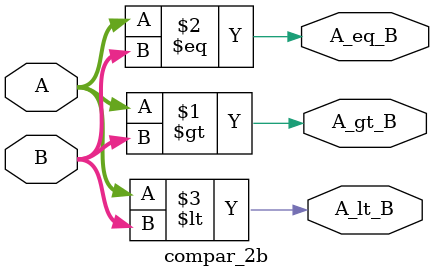
<source format=v>
module compar_2b (
    input  [1:0] A,        // First 2-bit input
    input  [1:0] B,        // Second 2-bit input
    output       A_gt_B,   // Output high if A > B
    output       A_eq_B,   // Output high if A == B
    output       A_lt_B    // Output high if A < B
);

    // Perform comparisons
    assign A_gt_B = (A > B);    // A greater than B
    assign A_eq_B = (A == B);   // A equal to B
    assign A_lt_B = (A < B);    // A less than B

endmodule
</source>
